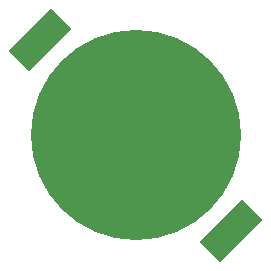
<source format=gbp>
%FSLAX33Y33*%
%MOMM*%
%AMRect-W2500000-H5100000-RO0.250*
21,1,2.5,5.1,0.,0.,315*%
%ADD10C,17.8*%
%ADD11Rect-W2500000-H5100000-RO0.250*%
D10*
%LNbottom paste_traces*%
%LNbottom paste component 3f7fce908c9848ab*%
G01*
X11500Y11500D03*
D11*
X3404Y19596D03*
X19596Y3404D03*
M02*
</source>
